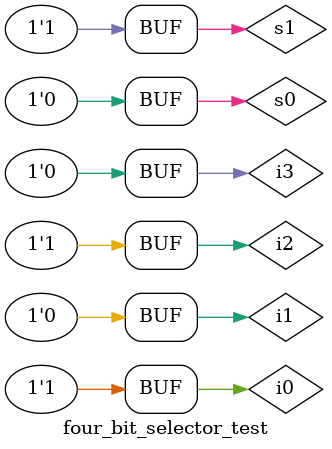
<source format=v>
`timescale 1ns / 1ps


module four_bit_selector_test;

	// Inputs
	reg i0;
	reg i1;
	reg i2;
	reg i3;
	reg s0;
	reg s1;

	// Outputs
	wire out;

	// Instantiate the Unit Under Test (UUT)
	four_bit_selector_p72 uut (
		.out(out), 
		.i0(i0), 
		.i1(i1), 
		.i2(i2), 
		.i3(i3), 
		.s0(s0), 
		.s1(s1)
	);

	initial begin
		// Initialize Inputs
		i0 = 1;
		i1 = 0;
		i2 = 1;
		i3 = 0;
		s0 = 0;
		s1 = 0;

		// Wait 100 ns for global reset to finish
		#100;
      s0 = 1;
		#100;
		s1 = 1;
		#100;
		s0 = 0;
		
		// Add stimulus here
		

	end
      
endmodule


</source>
